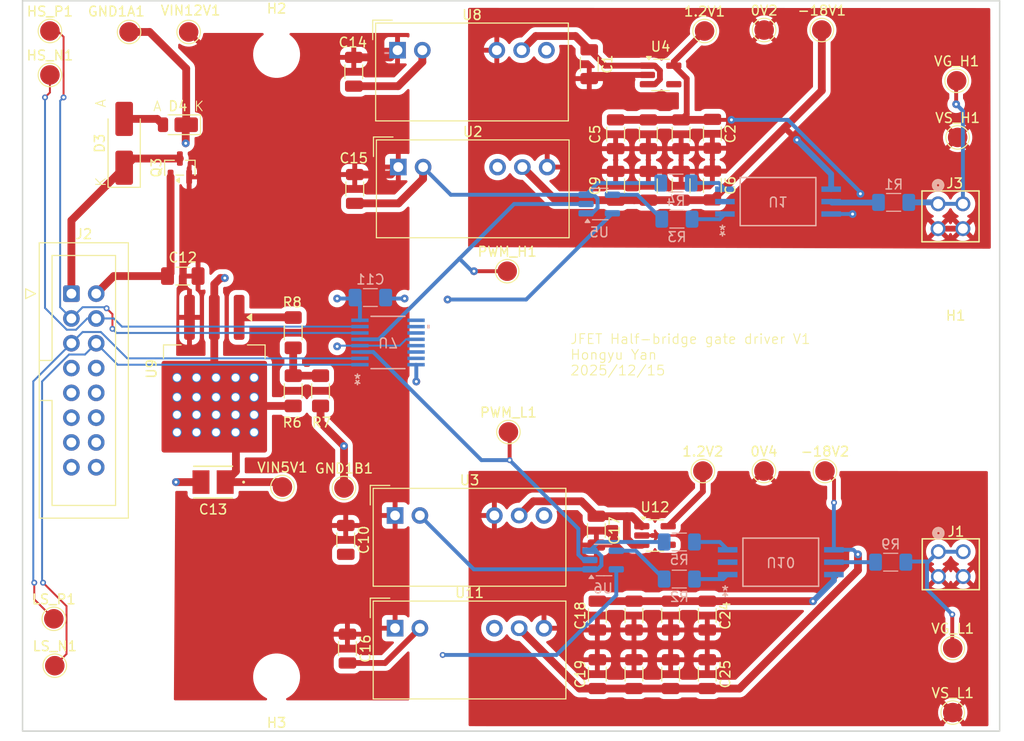
<source format=kicad_pcb>
(kicad_pcb (version 20241229) (generator "pcbnew") (generator_version "9.0")
  (layers (0 "F.Cu" signal) (4 "In1.Cu" signal) (6 "In2.Cu" signal) (2 "B.Cu" signal) (13 "F.Paste" user) (15 "B.Paste" user) (5 "F.SilkS" user "F.Silkscreen") (7 "B.SilkS" user "B.Silkscreen") (1 "F.Mask" user) (3 "B.Mask" user) (25 "Edge.Cuts" user))
  (net 0 "")
  (net 1 "/Gate_Driver/-18V_L")
  (net 2 "Net-(U4-EN)")
  (net 3 "/Gate_Driver/-18V_H")
  (net 4 "GND1")
  (net 5 "/Gate_Driver/VIN5V")
  (net 6 "/Gate_Driver/VIN12V")
  (net 7 "Net-(D3-A)")
  (net 8 "+12V")
  (net 9 "/Gate_Driver/VGATE_H")
  (net 10 "/Gate_Driver/0V_H")
  (net 11 "/Gate_Driver/1.2V_H")
  (net 12 "/Gate_Driver/HS_N")
  (net 13 "/Gate_Driver/LS_N")
  (net 14 "/Gate_Driver/LS_P")
  (net 15 "/Gate_Driver/HS_P")
  (net 16 "Net-(U1-VOUT)")
  (net 17 "Net-(U5-Y)")
  (net 18 "Net-(U1-ANODE)")
  (net 19 "Net-(U1-CATHODE)")
  (net 20 "Net-(R6-Pad2)")
  (net 21 "Net-(U9-ADJ)")
  (net 22 "/Gate_Driver/PWM_H")
  (net 30 "/Gate_Driver/PWM_L")
  (net 41 "/Gate_Driver/0V_L")
  (net 42 "/Gate_Driver/1.2V_L")
  (net 43 "Net-(U12-EN)")
  (net 44 "/Gate_Driver/VGATE_L")
  (net 45 "Net-(U6-Y)")
  (net 46 "Net-(U10-ANODE)")
  (net 47 "Net-(U10-CATHODE)")
  (net 48 "Net-(U10-VOUT)")
  (footprint "Gate_Driver:CON4_2X2_TU_SSQ" (layer "F.Cu") (at 160.97 83.97 180)
    (property "Reference" "J3")
    (property "Value" "SSW-102-01-G-D")
  )
  (footprint "TestPoint:TestPoint_Pad_D2.0mm" (layer "F.Cu") (at 141.9 64.9)
    (property "Reference" "0V2")
    (property "Value" "TestPoint")
  )
  (footprint "Capacitor_SMD:C_1206_3216Metric" (layer "F.Cu") (at 124.8275 130.8675 -90)
    (property "Reference" "C19")
    (property "Value" "1u")
  )
  (footprint "TestPoint:TestPoint_Pad_D2.0mm" (layer "F.Cu") (at 68.8 69.5)
    (property "Reference" "HS_N1")
    (property "Value" "HS_N")
  )
  (footprint "Capacitor_SMD:C_1206_3216Metric" (layer "F.Cu") (at 130.05 80.85 -90)
    (property "Reference" "C8" (hide yes))
    (property "Value" "1u")
  )
  (footprint "TestPoint:TestPoint_Pad_D2.0mm" (layer "F.Cu") (at 135.8 65)
    (property "Reference" "1.2V1")
    (property "Value" "TestPoint")
  )
  (footprint "Package_TO_SOT_SMD:TO-263-3_TabPin2" (layer "F.Cu") (at 85.625 101.975 -90)
    (property "Reference" "U9")
    (property "Value" "LT1086-ADJ")
  )
  (footprint "Converter_DCDC:Converter_DCDC_Murata_MGJ2DxxxxxxSC_THT" (layer "F.Cu") (at 104.3775 66.9675)
    (property "Reference" "U8")
    (property "Value" "MGJ2D121802SC")
  )
  (footprint "Package_TO_SOT_SMD:SOT-23-5_HandSoldering" (layer "F.Cu") (at 130.7275 116.6675)
    (property "Reference" "U12")
    (property "Value" "LDK130-12_SOT23_SOT353")
  )
  (footprint "TestPoint:TestPoint_Pad_D2.0mm" (layer "F.Cu") (at 161.2 134.8)
    (property "Reference" "VS_L1")
    (property "Value" "TestPoint")
  )
  (footprint "Capacitor_SMD:C_1206_3216Metric_Pad1.33x1.80mm_HandSolder" (layer "F.Cu") (at 82.4 90.1 180)
    (property "Reference" "C12")
    (property "Value" "10u")
  )
  (footprint "TestPoint:TestPoint_Pad_D2.0mm" (layer "F.Cu") (at 68.8 65)
    (property "Reference" "HS_P1")
    (property "Value" "HS_P")
  )
  (footprint "TestPoint:TestPoint_Pad_D2.0mm" (layer "F.Cu") (at 161.7 75.9)
    (property "Reference" "VS_H1")
    (property "Value" "TestPoint")
  )
  (footprint "TestPoint:TestPoint_Pad_D2.0mm" (layer "F.Cu") (at 92.6 111.7)
    (property "Reference" "VIN5V1")
    (property "Value" "TestPoint")
  )
  (footprint "Capacitor_SMD:C_1206_3216Metric" (layer "F.Cu") (at 133.4 80.85 -90)
    (property "Reference" "C7" (hide yes))
    (property "Value" "1u")
  )
  (footprint "Resistor_SMD:R_1206_3216Metric_Pad1.30x1.75mm_HandSolder" (layer "F.Cu") (at 93.7 95.9 -90)
    (property "Reference" "R8")
    (property "Value" "0")
  )
  (footprint "TestPoint:TestPoint_Pad_D2.0mm" (layer "F.Cu") (at 161.2 128.2)
    (property "Reference" "VG_L1")
    (property "Value" "TestPoint")
  )
  (footprint "Capacitor_SMD:C_1206_3216Metric" (layer "F.Cu") (at 126.7 80.85 -90)
    (property "Reference" "C9")
    (property "Value" "1u")
  )
  (footprint "TestPoint:TestPoint_Pad_D2.0mm" (layer "F.Cu") (at 141.8775 110.0675)
    (property "Reference" "0V4")
    (property "Value" "TestPoint")
  )
  (footprint "Converter_DCDC:Converter_DCDC_Murata_MGJ2DxxxxxxSC_THT" (layer "F.Cu") (at 104.1275 126.1625)
    (property "Reference" "U11")
    (property "Value" "MGJ2D121802SC")
  )
  (footprint "Capacitor_SMD:C_1206_3216Metric" (layer "F.Cu") (at 126.7 75.575 -90)
    (property "Reference" "C5")
    (property "Value" "1u")
  )
  (footprint "Capacitor_SMD:C_1206_3216Metric" (layer "F.Cu") (at 136.6 80.825 -90)
    (property "Reference" "C6")
    (property "Value" "1u")
  )
  (footprint "MountingHole:MountingHole_4.3mm_M4_DIN965" (layer "F.Cu") (at 92 131.15)
    (property "Reference" "H3")
    (property "Value" "MountingHole")
  )
  (footprint "TestPoint:TestPoint_Pad_D2.0mm" (layer "F.Cu") (at 115.6 89.6)
    (property "Reference" "PWM_H1")
    (property "Value" "TestPoint")
  )
  (footprint "Converter_DCDC:Converter_DCDC_Murata_MGJ2DxxxxxxSC_THT" (layer "F.Cu") (at 104.455 78.935)
    (property "Reference" "U2")
    (property "Value" "MGJ2D121802SC")
  )
  (footprint "TestPoint:TestPoint_Pad_D2.0mm" (layer "F.Cu") (at 76.9 65.1)
    (property "Reference" "GND1A1")
    (property "Value" "TestPoint")
  )
  (footprint "Capacitor_SMD:C_1206_3216Metric" (layer "F.Cu") (at 133.4 75.575 -90)
    (property "Reference" "C3" (hide yes))
    (property "Value" "1u")
  )
  (footprint "Capacitor_SMD:C_1206_3216Metric" (layer "F.Cu") (at 130.05 75.575 -90)
    (property "Reference" "C4" (hide yes))
    (property "Value" "1u")
  )
  (footprint "Capacitor_SMD:C_1206_3216Metric" (layer "F.Cu") (at 128.5775 124.8675 -90)
    (property "Reference" "C20" (hide yes))
    (property "Value" "1u")
  )
  (footprint "Capacitor_SMD:C_1206_3216Metric" (layer "F.Cu") (at 136.0775 124.8675 -90)
    (property "Reference" "C24")
    (property "Value" "1u")
  )
  (footprint "TestPoint:TestPoint_Pad_D2.0mm" (layer "F.Cu") (at 69.2 125.2)
    (property "Reference" "LS_P1")
    (property "Value" "LS_P")
  )
  (footprint "TestPoint:TestPoint_Pad_D2.0mm" (layer "F.Cu") (at 135.6275 110.0675)
    (property "Reference" "1.2V2")
    (property "Value" "TestPoint")
  )
  (footprint "Package_TO_SOT_SMD:SOT-23" (layer "F.Cu") (at 82.1 79 90)
    (property "Reference" "Q3")
    (property "Value" "DMP3099L")
  )
  (footprint "Package_TO_SOT_SMD:SOT-23-5_HandSoldering" (layer "F.Cu") (at 131.3 69.5)
    (property "Reference" "U4")
    (property "Value" "LDK130-12_SOT23_SOT353")
  )
  (footprint "TestPoint:TestPoint_Pad_D2.0mm" (layer "F.Cu") (at 147.8 64.9)
    (property "Reference" "-18V1")
    (property "Value" "TestPoint")
  )
  (footprint "Capacitor_SMD:C_1206_3216Metric" (layer "F.Cu") (at 124.7275 116.1675 -90)
    (property "Reference" "C17")
    (property "Value" "1u")
  )
  (footprint "Diode_SMD:D_PowerDI-123" (layer "F.Cu") (at 81.9 74.6 180)
    (property "Reference" "D4")
    (property "Value" "D_Schottky")
  )
  (footprint "TestPoint:TestPoint_Pad_D2.0mm" (layer "F.Cu") (at 148.1275 110.0675)
    (property "Reference" "-18V2")
    (property "Value" "TestPoint")
  )
  (footprint "Resistor_SMD:R_1206_3216Metric_Pad1.30x1.75mm_HandSolder" (layer "F.Cu") (at 96.5 101.85 -90)
    (property "Reference" "R7")
    (property "Value" "365")
  )
  (footprint "TestPoint:TestPoint_Pad_D2.0mm" (layer "F.Cu") (at 83 65.1)
    (property "Reference" "VIN12V1")
    (property "Value" "TestPoint")
  )
  (footprint "TestPoint:TestPoint_Pad_D2.0mm" (layer "F.Cu") (at 115.7275 106.0675)
    (property "Reference" "PWM_L1")
    (property "Value" "TestPoint")
  )
  (footprint "Capacitor_SMD:C_1206_3216Metric" (layer "F.Cu") (at 132.3275 130.8675 -90)
    (property "Reference" "C23" (hide yes))
    (property "Value" "1u")
  )
  (footprint "Capacitor_SMD:C_1206_3216Metric" (layer "F.Cu") (at 99.0775 117.1175 -90)
    (property "Reference" "C10")
    (property "Value" "10u")
  )
  (footprint "Resistor_SMD:R_1206_3216Metric_Pad1.30x1.75mm_HandSolder" (layer "F.Cu") (at 93.7 101.85 90)
    (property "Reference" "R6")
    (property "Value" "121")
  )
  (footprint "Capacitor_SMD:C_1206_3216Metric" (layer "F.Cu") (at 136.0775 130.8675 -90)
    (property "Reference" "C25")
    (property "Value" "1u")
  )
  (footprint "Capacitor_SMD:C_1206_3216Metric" (layer "F.Cu") (at 124 68.4 -90)
    (property "Reference" "C1")
    (property "Value" "1u")
  )
  (footprint "Capacitor_SMD:C_1206_3216Metric" (layer "F.Cu") (at 128.5775 130.8675 -90)
    (property "Reference" "C21" (hide yes))
    (property "Value" "1u")
  )
  (footprint "Capacitor_SMD:C_1206_3216Metric" (layer "F.Cu") (at 100 81.175 -90)
    (property "Reference" "C15")
    (property "Value" "10u")
  )
  (footprint "MountingHole:MountingHole_4.3mm_M4_DIN965" (layer "F.Cu") (at 92 67.4)
    (property "Reference" "H2")
    (property "Value" "MountingHole")
  )
  (footprint "TestPoint:TestPoint_Pad_D2.0mm" (layer "F.Cu") (at 98.9 111.8)
    (property "Reference" "GND1B1")
    (property "Value" "TestPoint")
  )
  (footprint "Converter_DCDC:Converter_DCDC_Murata_MGJ2DxxxxxxSC_THT" (layer "F.Cu") (at 104.1275 114.6175)
    (property "Reference" "U3")
    (property "Value" "MGJ2D121802SC")
  )
  (footprint "Capacitor_SMD:C_1206_3216Metric" (layer "F.Cu") (at 132.3275 124.8675 -90)
    (property "Reference" "C22" (hide yes))
    (property "Value" "1u")
  )
  (footprint "Capacitor_SMD:C_1206_3216Metric" (layer "F.Cu") (at 99.9 69.175 -90)
    (property "Reference" "C14")
    (property "Value" "10u")
  )
  (footprint "Capacitor_SMD:C_1206_3216Metric" (layer "F.Cu") (at 99.25 128.25 -90)
    (property "Reference" "C16")
    (property "Value" "10u")
  )
  (footprint "Diode_SMD:D_SMA_Handsoldering" (layer "F.Cu") (at 76.4 76.5 90)
    (property "Reference" "D3")
    (property "Value" "Z1SMAxxx")
  )
  (footprint "TestPoint:TestPoint_Pad_D2.0mm" (layer "F.Cu") (at 161.6 70.1)
    (property "Reference" "VG_H1")
    (property "Value" "TestPoint")
  )
  (footprint "Connector_IDC:IDC-Header_2x08_P2.54mm_Vertical" (layer "F.Cu") (at 71 91.9)
    (property "Reference" "J2")
    (property "Value" "Conn_02x08_Odd_Even")
  )
  (footprint "Gate_Driver:CON4_2X2_TU_SSQ" (layer "F.Cu") (at 161 119.6 180)
    (property "Reference" "J1")
    (property "Value" "SSW-102-01-G-D")
  )
  (footprint "Capacitor_SMD:C_1206_3216Metric" (layer "F.Cu") (at 124.8275 124.8675 -90)
    (property "Reference" "C18")
    (property "Value" "1u")
  )
  (footprint "Gate_Driver:TAJB_AVX-M" (layer "F.Cu") (at 85.5 111.2 180)
    (property "Reference" "C13")
    (property "Value" "10u")
  )
  (footprint "TestPoint:TestPoint_Pad_D2.0mm" (layer "F.Cu") (at 69.3 130)
    (property "Reference" "LS_N1")
    (property "Value" "LS_N")
  )
  (footprint "MountingHole:MountingHole_4.3mm_M4_DIN965" (layer "F.Cu") (at 161.5 98.85)
    (property "Reference" "H1")
    (property "Value" "MountingHole")
  )
  (footprint "Capacitor_SMD:C_1206_3216Metric" (layer "F.Cu") (at 136.6 75.525 -90)
    (property "Reference" "C2")
    (property "Value" "1u")
  )
  (footprint "Resistor_SMD:R_1206_3216Metric_Pad1.30x1.75mm_HandSolder" (layer "B.Cu") (at 132.87 80.57)
    (property "Reference" "R4")
    (property "Value" "145")
  )
  (footprint "Resistor_SMD:R_1206_3216Metric_Pad1.30x1.75mm_HandSolder" (layer "B.Cu") (at 133.2144 121.13)
    (property "Reference" "R2")
    (property "Value" "145")
  )
  (footprint "Gate_Driver:SOIC06_SO-6_7P5X4P68_TEX-M" (layer "B.Cu") (at 143.6 119.4)
    (property "Reference" "U10")
    (property "Value" "UCC23513QDWYRQ1")
  )
  (footprint "Package_TO_SOT_SMD:SOT-23-5_HandSoldering" (layer "B.Cu") (at 125.02 82.72)
    (property "Reference" "U5")
    (property "Value" "NC7SZ125M5X")
  )
  (footprint "Resistor_SMD:R_1206_3216Metric_Pad1.30x1.75mm_HandSolder" (layer "B.Cu") (at 132.97 84.27)
    (property "Reference" "R3")
    (property "Value" "145")
  )
  (footprint "Resistor_SMD:R_1206_3216Metric_Pad1.30x1.75mm_HandSolder" (layer "B.Cu") (at 133.2144 117.33)
    (property "Reference" "R5")
    (property "Value" "145")
  )
  (footprint "Resistor_SMD:R_1206_3216Metric_Pad1.30x1.75mm_HandSolder" (layer "B.Cu") (at 155.15 82.55 180)
    (property "Reference" "R1")
    (property "Value" "Ron 2 ohm")
  )
  (footprint "Package_TO_SOT_SMD:SOT-23-5_HandSoldering" (layer "B.Cu") (at 125.4144 119.18)
    (property "Reference" "U6")
    (property "Value" "NC7SZ125M5X")
  )
  (footprint "Gate_Driver:SOIC06_SO-6_7P5X4P68_TEX-M" (layer "B.Cu") (at 143.32 82.47)
    (property "Reference" "U1")
    (property "Value" "UCC23513QDWYRQ1")
  )
  (footprint "Capacitor_SMD:C_1206_3216Metric_Pad1.33x1.80mm_HandSolder" (layer "B.Cu") (at 101.6 92.3 180)
    (property "Reference" "C11")
    (property "Value" "0.1u")
  )
  (footprint "Resistor_SMD:R_1206_3216Metric_Pad1.30x1.75mm_HandSolder" (layer "B.Cu") (at 154.85 119.4 180)
    (property "Reference" "R9")
    (property "Value" "Ron 2 ohm")
  )
  (footprint "Gate_Driver:RU_16_ADI-M" (layer "B.Cu") (at 103.4 96.9)
    (property "Reference" "U7")
    (property "Value" "ADM4168EBRUZ")
  )
  (gr_rect (start 66 61.9) (end 166 136.7) (stroke (width 0.15)) (fill no) (layer "Edge.Cuts"))
  (gr_text "A" (at 79.3 73.3 0) (layer "F.SilkS") (effects (font (size 1 1) (thickness 0.1)) (justify left bottom)))
  (gr_text "K" (at 74.6 81.01 90) (layer "F.SilkS") (effects (font (size 1 1) (thickness 0.1)) (justify left bottom)))
  (gr_text "A" (at 74.6 72.9 90) (layer "F.SilkS") (effects (font (size 1 1) (thickness 0.1)) (justify left bottom)))
  (gr_text "K" (at 83.5 73.3 0) (layer "F.SilkS") (effects (font (size 1 1) (thickness 0.1)) (justify left bottom)))
  (gr_text "JFET Half-bridge gate driver V1\nHongyu Yan\n2025/12/15" (at 122 100.35 0) (layer "F.SilkS") (effects (font (size 1 1) (thickness 0.1)) (justify left bottom)))
  (segment (start 128.5775 132.3425) (end 132.3275 132.3425) (width 0.8) (layer "F.Cu") (net 1))
  (segment (start 132.3275 132.3425) (end 136.0775 132.3425) (width 0.8) (layer "F.Cu") (net 1))
  (segment (start 124.8275 132.3425) (end 128.5775 132.3425) (width 0.8) (layer "F.Cu") (net 1))
  (segment (start 139.373128 132.3425) (end 151.5 120.215628) (width 0.8) (layer "F.Cu") (net 1))
  (segment (start 151.5 120.215628) (end 151.5 118.6) (width 0.8) (layer "F.Cu") (net 1))
  (segment (start 123.0075 132.3425) (end 124.8275 132.3425) (width 0.8) (layer "F.Cu") (net 1))
  (segment (start 149.05 110.99) (end 148.1275 110.0675) (width 0.4) (layer "F.Cu") (net 1))
  (segment (start 136.0775 132.3425) (end 139.373128 132.3425) (width 0.8) (layer "F.Cu") (net 1))
  (segment (start 116.8275 126.1625) (end 123.0075 132.3425) (width 0.8) (layer "F.Cu") (net 1))
  (segment (start 149.05 113.3) (end 149.05 110.99) (width 0.4) (layer "F.Cu") (net 1))
  (via (at 149.05 113.3) (size 0.6) (drill 0.3) (layers "F.Cu" "B.Cu") (net 1))
  (via (at 151.5 118.6) (size 0.8) (drill 0.3) (layers "F.Cu" "B.Cu") (net 1))
  (segment (start 149.0356 118.13) (end 151.03 118.13) (width 0.4) (layer "B.Cu") (net 1))
  (segment (start 149.0356 113.3144) (end 149.05 113.3) (width 0.4) (layer "B.Cu") (net 1))
  (segment (start 151.03 118.13) (end 151.5 118.6) (width 0.4) (layer "B.Cu") (net 1))
  (segment (start 149.0356 118.13) (end 149.0356 113.3144) (width 0.4) (layer "B.Cu") (net 1))
  (segment (start 131.231 69.948999) (end 130.729999 70.45) (width 0.6) (layer "F.Cu") (net 2))
  (segment (start 117.0775 66.9675) (end 118.5285 65.5165) (width 0.8) (layer "F.Cu") (net 2))
  (segment (start 122.5915 65.5165) (end 124 66.925) (width 0.8) (layer "F.Cu") (net 2))
  (segment (start 130.729999 70.45) (end 129.95 70.45) (width 0.6) (layer "F.Cu") (net 2))
  (segment (start 129.95 68.55) (end 125.625 68.55) (width 0.6) (layer "F.Cu") (net 2))
  (segment (start 125.625 68.55) (end 124 66.925) (width 0.6) (layer "F.Cu") (net 2))
  (segment (start 129.95 68.55) (end 130.722834 68.55) (width 0.6) (layer "F.Cu") (net 2))
  (segment (start 131.231 69.058166) (end 131.231 69.948999) (width 0.6) (layer "F.Cu") (net 2))
  (segment (start 118.5285 65.5165) (end 122.5915 65.5165) (width 0.8) (layer "F.Cu") (net 2))
  (segment (start 130.722834 68.55) (end 131.231 69.058166) (width 0.6) (layer "F.Cu") (net 2))
  (segment (start 145.25 76.15) (end 144 74.9) (width 0.6) (layer "F.Cu") (net 3))
  (segment (start 136.575 82.325) (end 136.6 82.3) (width 0.8) (layer "F.Cu") (net 3))
  (segment (start 128.6 82.325) (end 130.05 82.325) (width 0.8) (layer "F.Cu") (net 3))
  (segment (start 147.8 71.1) (end 147.8 64.9) (width 0.8) (layer "F.Cu") (net 3))
  (segment (start 120.545 82.325) (end 126.7 82.325) (width 0.8) (layer "F.Cu") (net 3))
  (segment (start 117.155 78.935) (end 120.545 82.325) (width 0.8) (layer "F.Cu") (net 3))
  (segment (start 126.7 82.325) (end 128.6 82.325) (width 0.8) (layer "F.Cu") (net 3))
  (segment (start 133.4 82.325) (end 136.575 82.325) (width 0.8) (layer "F.Cu") (net 3))
  (segment (start 144 74.9) (end 147.8 71.1) (width 0.8) (layer "F.Cu") (net 3))
  (segment (start 130.05 82.325) (end 133.4 82.325) (width 0.8) (layer "F.Cu") (net 3))
  (segment (start 136.6 82.3) (end 144 74.9) (width 0.8) (layer "F.Cu") (net 3))
  (via (at 145.25 76.15) (size 0.8) (drill 0.3) (layers "F.Cu" "B.Cu") (net 3))
  (segment (start 148.7556 79.6556) (end 145.25 76.15) (width 0.6) (layer "B.Cu") (net 3))
  (segment (start 148.7556 81.2) (end 148.7556 79.6556) (width 0.6) (layer "B.Cu") (net 3))
  (segment (start 96.5 103.4) (end 96.5 105.1) (width 0.8) (layer "F.Cu") (net 4))
  (segment (start 106.995 78.935) (end 106.995 80.137081) (width 0.8) (layer "F.Cu") (net 4))
  (segment (start 81.15 79.9375) (end 81.15 89.7875) (width 0.8) (layer "F.Cu") (net 4))
  (segment (start 81.15 89.7875) (end 80.8375 90.1) (width 0.8) (layer "F.Cu") (net 4))
  (segment (start 81.7 111.2) (end 84.260937 111.2) (width 0.8) (layer "F.Cu") (net 4))
  (segment (start 82.75 68.85) (end 82.75 74.6) (width 0.8) (layer "F.Cu") (net 4))
  (segment (start 82.7 76.5) (end 82.7 74.65) (width 0.8) (layer "F.Cu") (net 4))
  (segment (start 79 65.1) (end 82.75 68.85) (width 0.8) (layer "F.Cu") (net 4))
  (segment (start 106.995 80.137081) (end 104.482081 82.65) (width 0.8) (layer "F.Cu") (net 4))
  (segment (start 75.34 90.1) (end 80.8375 90.1) (width 0.8) (layer "F.Cu") (net 4))
  (segment (start 104.482081 82.65) (end 100 82.65) (width 0.8) (layer "F.Cu") (net 4))
  (segment (start 96.5 105.1) (end 98.9 107.5) (width 0.8) (layer "F.Cu") (net 4))
  (segment (start 99.25 129.725) (end 103.105 129.725) (width 0.6) (layer "F.Cu") (net 4))
  (segment (start 76.9 65.1) (end 79 65.1) (width 0.8) (layer "F.Cu") (net 4))
  (segment (start 104.437081 70.65) (end 99.9 70.65) (width 0.8) (layer "F.Cu") (net 4))
  (segment (start 103.105 129.725) (end 106.6675 126.1625) (width 0.6) (layer "F.Cu") (net 4))
  (segment (start 106.9175 66.9675) (end 106.9175 68.169581) (width 0.8) (layer "F.Cu") (net 4))
  (segment (start 98.9 107.5) (end 98.9 111.8) (width 0.8) (layer "F.Cu") (net 4))
  (segment (start 106.9175 68.169581) (end 104.437081 70.65) (width 0.8) (layer "F.Cu") (net 4))
  (segment (start 73.54 91.9) (end 75.34 90.1) (width 0.8) (layer "F.Cu") (net 4))
  (segment (start 82.7 74.65) (end 82.75 74.6) (width 0.8) (layer "F.Cu") (net 4))
  (via (at 82.7 76.5) (size 0.8) (drill 0.3) (layers "F.Cu" "B.Cu") (net 4))
  (via (at 98.2 97.3) (size 0.8) (drill 0.3) (layers "F.Cu" "B.Cu") (net 4))
  (via (at 98.9 107.5) (size 0.8) (drill 0.3) (layers "F.Cu" "B.Cu") (net 4))
  (via (at 98.2 92.4) (size 0.8) (drill 0.3) (layers "F.Cu" "B.Cu") (net 4))
  (via (at 81.7 111.2) (size 0.8) (drill 0.3) (layers "F.Cu" "B.Cu") (net 4))
  (segment (start 124.695812 118.23) (end 124.0644 118.23) (width 0.4) (layer "B.Cu") (net 4))
  (segment (start 124.9644 117.33) (end 124.0644 118.23) (width 0.4) (layer "B.Cu") (net 4))
  (segment (start 100.5298 97.225001) (end 98.274999 97.225001) (width 0.2) (layer "B.Cu") (net 4))
  (segment (start 100.5298 92.7923) (end 100.0375 92.3) (width 0.4) (layer "B.Cu") (net 4))
  (segment (start 123.67 81.77) (end 124.87 80.57) (width 0.4) (layer "B.Cu") (net 4))
  (segment (start 109.83 81.77) (end 106.995 78.935) (width 0.4) (layer "B.Cu") (net 4))
  (segment (start 123.67 81.77) (end 109.83 81.77) (width 0.4) (layer "B.Cu") (net 4))
  (segment (start 104.601397 97.225001) (end 105.251399 96.574999) (width 0.2) (layer "B.Cu") (net 4))
  (segment (start 100.5298 94.625001) (end 100.5298 92.7923) (width 0.4) (layer "B.Cu") (net 4))
  (segment (start 105.251399 96.574999) (end 106.2702 96.574999) (width 0.2) (layer "B.Cu") (net 4))
  (segment (start 125.2454 118.779588) (end 124.695812 118.23) (width 0.4) (layer "B.Cu") (net 4))
  (segment (start 124.301412 83.67) (end 123.67 83.67) (width 0.4) (layer "B.Cu") (net 4))
  (segment (start 98.274999 97.225001) (end 98.2 97.3) (width 0.2) (layer "B.Cu") (net 4))
  (segment (start 98.2 92.4) (end 99.9375 92.4) (width 0.4) (layer "B.Cu") (net 4))
  (segment (start 99.9375 92.4) (end 100.0375 92.3) (width 0.4) (layer "B.Cu") (net 4))
  (segment (start 124.87 80.57) (end 131.32 80.57) (width 0.4) (layer "B.Cu") (net 4))
  (segment (start 124.851 82.171001) (end 124.851 83.120412) (width 0.4) (layer "B.Cu") (net 4))
  (segment (start 124.844399 120.13) (end 125.2454 119.728999) (width 0.4) (layer "B.Cu") (net 4))
  (segment (start 106.6675 114.6175) (end 112.18 120.13) (width 0.4) (layer "B.Cu") (net 4))
  (segment (start 124.449999 81.77) (end 124.851 82.171001) (width 0.4) (layer "B.Cu") (net 4))
  (segment (start 125.2454 119.728999) (end 125.2454 118.779588) (width 0.4) (layer "B.Cu") (net 4))
  (segment (start 124.851 83.120412) (end 124.301412 83.67) (width 0.4) (layer "B.Cu") (net 4))
  (segment (start 112.18 120.13) (end 124.0644 120.13) (width 0.4) (layer "B.Cu") (net 4))
  (segment (start 100.5298 97.225001) (end 104.601397 97.225001) (width 0.2) (layer "B.Cu") (net 4))
  (segment (start 131.6644 117.33) (end 124.9644 117.33) (width 0.4) (layer "B.Cu") (net 4))
  (segment (start 123.67 81.77) (end 124.449999 81.77) (width 0.4) (layer "B.Cu") (net 4))
  (segment (start 124.0644 120.13) (end 124.844399 120.13) (width 0.4) (layer "B.Cu") (net 4))
  (segment (start 85.625 90.925) (end 85.625 94.325) (width 0.8) (layer "F.Cu") (net 5))
  (segment (start 86.7 90.3) (end 86.25 90.3) (width 0.8) (layer "F.Cu") (net 5))
  (segment (start 87.839063 105.689063) (end 85.625 103.475) (width 0.8) (layer "F.Cu") (net 5))
  (segment (start 87.839063 110.1) (end 87.839063 105.689063) (width 0.8) (layer "F.Cu") (net 5))
  (segment (start 93.7 103.4) (end 85.7 103.4) (width 0.8) (layer "F.Cu") (net 5))
  (segment (start 86.739063 111.2) (end 92.1 111.2) (width 0.8) (layer "F.Cu") (net 5))
  (segment (start 86.739063 111.2) (end 87.839063 110.1) (width 0.8) (layer "F.Cu") (net 5))
  (segment (start 85.625 94.325) (end 85.625 103.475) (width 0.8) (layer "F.Cu") (net 5))
  (segment (start 85.7 103.4) (end 85.625 103.475) (width 0.8) (layer "F.Cu") (net 5))
  (segment (start 92.1 111.2) (end 92.6 111.7) (width 0.8) (layer "F.Cu") (net 5))
  (segment (start 86.25 90.3) (end 85.625 90.925) (width 0.8) (layer "F.Cu") (net 5))
  (via (at 81.8 104.3) (size 1) (drill 0.8) (layers "F.Cu" "B.Cu") (net 5))
  (via (at 83.8 104.3) (size 1) (drill 0.8) (layers "F.Cu" "B.Cu") (net 5))
  (via (at 87.8 104.3) (size 1) (drill 0.8) (layers "F.Cu" "B.Cu") (net 5))
  (via (at 105.1 92.4) (size 0.8) (drill 0.3) (layers "F.Cu" "B.Cu") (net 5))
  (via (at 87.8 100.5) (size 1) (drill 0.8) (layers "F.Cu" "B.Cu") (net 5))
  (via (at 85.8 104.3) (size 1) (drill 0.8) (layers "F.Cu" "B.Cu") (net 5))
  (via (at 89.7 102.5) (size 1) (drill 0.8) (layers "F.Cu" "B.Cu") (net 5))
  (via (at 85.8 102.5) (size 1) (drill 0.8) (layers "F.Cu" "B.Cu") (net 5))
  (via (at 83.8 106.1) (size 1) (drill 0.8) (layers "F.Cu" "B.Cu") (net 5))
  (via (at 109 128.9) (size 0.6) (drill 0.3) (layers "F.Cu" "B.Cu") (net 5))
  (via (at 87.8 106.1) (size 1) (drill 0.8) (layers "F.Cu" "B.Cu") (net 5))
  (via (at 81.8 100.5) (size 1) (drill 0.8) (layers "F.Cu" "B.Cu") (net 5))
  (via (at 87.8 102.5) (size 1) (drill 0.8) (layers "F.Cu" "B.Cu") (net 5))
  (via (at 109.5 92.5) (size 0.8) (drill 0.3) (layers "F.Cu" "B.Cu") (net 5))
  (via (at 83.8 102.5) (size 1) (drill 0.8) (layers "F.Cu" "B.Cu") (net 5))
  (via (at 83.8 100.5) (size 1) (drill 0.8) (layers "F.Cu" "B.Cu") (net 5))
  (via (at 81.8 102.5) (size 1) (drill 0.8) (layers "F.Cu" "B.Cu") (net 5))
  (via (at 89.7 104.3) (size 1) (drill 0.8) (layers "F.Cu" "B.Cu") (net 5))
  (via (at 81.8 106.1) (size 1) (drill 0.8) (layers "F.Cu" "B.Cu") (net 5))
  (via (at 89.7 106.1) (size 1) (drill 0.8) (layers "F.Cu" "B.Cu") (net 5))
  (via (at 85.8 100.5) (size 1) (drill 0.8) (layers "F.Cu" "B.Cu") (net 5))
  (via (at 85.8 106.1) (size 1) (drill 0.8) (layers "F.Cu" "B.Cu") (net 5))
  (via (at 86.7 90.3) (size 0.8) (drill 0.3) (layers "F.Cu" "B.Cu") (net 5))
  (via (at 106.3 100.9) (size 0.8) (drill 0.3) (layers "F.Cu" "B.Cu") (net 5))
  (via (at 89.7 100.5) (size 1) (drill 0.8) (layers "F.Cu" "B.Cu") (net 5))
  (segment (start 120.65 128.9) (end 117.2 128.9) (width 0.4) (layer "B.Cu") (net 5))
  (segment (start 103.2625 92.4) (end 103.1625 92.3) (width 0.4) (layer "B.Cu") (net 5))
  (segment (start 126.7644 120.13) (end 126.7644 122.7856) (width 0.4) (layer "B.Cu") (net 5))
  (segment (start 117.54 92.5) (end 109.5 92.5) (width 0.4) (layer "B.Cu") (net 5))
  (segment (start 105.1 92.4) (end 103.2625 92.4) (width 0.4) (layer "B.Cu") (net 5))
  (segment (start 126.37 83.67) (end 117.54 92.5) (width 0.4) (layer "B.Cu") (net 5))
  (segment (start 126.7644 122.7856) (end 120.65 128.9) (width 0.4) (layer "B.Cu") (net 5))
  (segment (start 106.3 99.204799) (end 106.2702 99.174999) (width 0.4) (layer "B.Cu") (net 5))
  (segment (start 117.2 128.9) (end 109 128.9) (width 0.4) (layer "B.Cu") (net 5))
  (segment (start 106.3 100.9) (end 106.3 99.204799) (width 0.4) (layer "B.Cu") (net 5))
  (segment (start 99.9 67.7) (end 103.645 67.7) (width 0.8) (layer "F.Cu") (net 6))
  (segment (start 103.645 67.7) (end 104.3775 66.9675) (width 0.8) (layer "F.Cu") (net 6))
  (segment (start 100 79.7) (end 103.69 79.7) (width 0.8) (layer "F.Cu") (net 6))
  (segment (start 103.69 79.7) (end 104.455 78.935) (width 0.8) (layer "F.Cu") (net 6))
  (segment (start 79.775 74) (end 80.375 74.6) (width 0.8) (layer "F.Cu") (net 7))
  (segment (start 76.4 74) (end 79.775 74) (width 0.8) (layer "F.Cu") (net 7))
  (segment (start 71 91.9) (end 71 84.4) (width 0.8) (layer "F.Cu") (net 8))
  (segment (start 77.3375 78.0625) (end 82.1 78.0625) (width 0.8) (layer "F.Cu") (net 8))
  (segment (start 76.4 79) (end 77.3375 78.0625) (width 0.8) (layer "F.Cu") (net 8))
  (segment (start 71 84.4) (end 76.4 79) (width 0.8) (layer "F.Cu") (net 8))
  (segment (start 161.55 70.15) (end 161.6 70.1) (width 0.4) (layer "F.Cu") (net 9))
  (segment (start 161.55 72.5) (end 161.55 70.15) (width 0.4) (layer "F.Cu") (net 9))
  (via (at 161.55 72.5) (size 0.8) (drill 0.3) (layers "F.Cu" "B.Cu") (net 9))
  (segment (start 156.7 82.55) (end 159.55 82.55) (width 0.6) (layer "B.Cu") (net 9))
  (segment (start 162.24 73.19) (end 161.55 72.5) (width 0.4) (layer "B.Cu") (net 9))
  (segment (start 159.55 82.55) (end 159.7 82.7) (width 0.6) (layer "B.Cu") (net 9))
  (segment (start 159.7 82.7) (end 162.24 82.7) (width 0.4) (layer "B.Cu") (net 9))
  (segment (start 162.24 82.7) (end 162.24 73.19) (width 0.4) (layer "B.Cu") (net 9))
  (segment (start 159.6 82.6) (end 159.7 82.7) (width 0.4) (layer "B.Cu") (net 9))
  (segment (start 129.95 69.5) (end 124.375 69.5) (width 0.6) (layer "F.Cu") (net 10))
  (segment (start 162.24 85.24) (end 159.7 85.24) (width 0.6) (layer "F.Cu") (net 10))
  (segment (start 124.375 69.5) (end 124 69.875) (width 0.6) (layer "F.Cu") (net 10))
  (segment (start 151.75 83.35) (end 151.75 81.67) (width 0.4) (layer "F.Cu") (net 11))
  (segment (start 133.975 69.875) (end 133.975 73.525) (width 0.6) (layer "F.Cu") (net 11))
  (segment (start 136.55 74.1) (end 136.6 74.05) (width 0.8) (layer "F.Cu") (net 11))
  (segment (start 126.7 74.1) (end 130.05 74.1) (width 0.8) (layer "F.Cu") (net 11))
  (segment (start 136.65 74.1) (end 136.6 74.05) (width 0.4) (layer "F.Cu") (net 11))
  (segment (start 133.975 73.525) (end 133.4 74.1) (width 0.6) (layer "F.Cu") (net 11))
  (segment (start 150.95 83.75) (end 151.35 83.75) (width 0.4) (layer "F.Cu") (net 11))
  (segment (start 133.4 74.1) (end 136.55 74.1) (width 0.8) (layer "F.Cu") (net 11))
  (segment (start 130.05 74.1) (end 133.4 74.1) (width 0.8) (layer "F.Cu") (net 11))
  (segment (start 151.35 83.75) (end 151.75 83.35) (width 0.4) (layer "F.Cu") (net 11))
  (segment (start 132.65 68.15) (end 135.8 65) (width 0.6) (layer "F.Cu") (net 11))
  (segment (start 138.55 74.1) (end 136.65 74.1) (width 0.4) (layer "F.Cu") (net 11))
  (segment (start 132.65 68.55) (end 132.65 68.15) (width 0.6) (layer "F.Cu") (net 11))
  (segment (start 132.65 68.55) (end 133.975 69.875) (width 0.6) (layer "F.Cu") (net 11))
  (via (at 151.75 81.67) (size 0.8) (drill 0.3) (layers "F.Cu" "B.Cu") (net 11))
  (via (at 138.55 74.1) (size 0.8) (drill 0.3) (layers "F.Cu" "B.Cu") (net 11))
  (via (at 150.95 83.75) (size 0.8) (drill 0.3) (layers "F.Cu" "B.Cu") (net 11))
  (segment (start 148.7556 83.74) (end 150.94 83.74) (width 0.4) (layer "B.Cu") (net 11))
  (segment (start 151.75 81.517214) (end 144.332786 74.1) (width 0.4) (layer "B.Cu") (net 11))
  (segment (start 144.332786 74.1) (end 138.55 74.1) (width 0.4) (layer "B.Cu") (net 11))
  (segment (start 151.75 81.67) (end 151.75 81.517214) (width 0.4) (layer "B.Cu") (net 11))
  (segment (start 150.94 83.74) (end 150.95 83.75) (width 0.4) (layer "B.Cu") (net 11))
  (segment (start 68.8 71.3) (end 68.8 69.5) (width 0.2) (layer "F.Cu") (net 12))
  (segment (start 68.3 71.8) (end 68.8 71.3) (width 0.2) (layer "F.Cu") (net 12))
  (via (at 68.3 71.8) (size 0.6) (drill 0.3) (layers "F.Cu" "B.Cu") (net 12))
  (segment (start 73.54 94.44) (end 72.62776 94.44) (width 0.2) (layer "B.Cu") (net 12))
  (segment (start 71.47676 95.591) (end 70.52324 95.591) (width 0.2) (layer "B.Cu") (net 12))
  (segment (start 76.175002 95.275002) (end 100.5298 95.275002) (width 0.2) (layer "B.Cu") (net 12))
  (segment (start 75.34 94.44) (end 76.175002 95.275002) (width 0.2) (layer "B.Cu") (net 12))
  (segment (start 72.62776 94.44) (end 71.47676 95.591) (width 0.2) (layer "B.Cu") (net 12))
  (segment (start 68.3 93.36776) (end 68.3 71.8) (width 0.2) (layer "B.Cu") (net 12))
  (segment (start 73.54 94.44) (end 75.34 94.44) (width 0.2) (layer "B.Cu") (net 12))
  (segment (start 70.52324 95.591) (end 68.3 93.36776) (width 0.2) (layer "B.Cu") (net 12))
  (segment (start 68.1 121.5) (end 70.501 123.901) (width 0.2) (layer "F.Cu") (net 13))
  (segment (start 70.501 128.799) (end 69.3 130) (width 0.2) (layer "F.Cu") (net 13))
  (segment (start 70.501 123.901) (end 70.501 128.799) (width 0.2) (layer "F.Cu") (net 13))
  (via (at 68.1 121.5) (size 0.6) (drill 0.3) (layers "F.Cu" "B.Cu") (net 13))
  (segment (start 68 100.89224) (end 68 121.4) (width 0.2) (layer "B.Cu") (net 13))
  (segment (start 68 121.4) (end 68.1 121.5) (width 0.2) (layer "B.Cu") (net 13))
  (segment (start 75.734999 99.174999) (end 100.5298 99.174999) (width 0.2) (layer "B.Cu") (net 13))
  (segment (start 72.389 98.131) (end 70.76124 98.131) (width 0.2) (layer "B.Cu") (net 13))
  (segment (start 73.54 96.98) (end 75.734999 99.174999) (width 0.2) (layer "B.Cu") (net 13))
  (segment (start 73.54 96.98) (end 72.389 98.131) (width 0.2) (layer "B.Cu") (net 13))
  (segment (start 70.76124 98.131) (end 68 100.89224) (width 0.2) (layer "B.Cu") (net 13))
  (segment (start 67.2 123.2) (end 69.2 125.2) (width 0.2) (layer "F.Cu") (net 14))
  (segment (start 67.2 121.5) (end 67.2 123.2) (width 0.2) (layer "F.Cu") (net 14))
  (via (at 67.2 121.5) (size 0.6) (drill 0.3) (layers "F.Cu" "B.Cu") (net 14))
  (segment (start 74.01676 95.829) (end 76.712761 98.525001) (width 0.2) (layer "B.Cu") (net 14))
  (segment (start 67.1 100.88) (end 67.1 121.4) (width 0.2) (layer "B.Cu") (net 14))
  (segment (start 67.1 121.4) (end 67.2 121.5) (width 0.2) (layer "B.Cu") (net 14))
  (segment (start 72.151 95.829) (end 74.01676 95.829) (width 0.2) (layer "B.Cu") (net 14))
  (segment (start 76.712761 98.525001) (end 100.5298 98.525001) (width 0.2) (layer "B.Cu") (net 14))
  (segment (start 71 96.98) (end 67.1 100.88) (width 0.2) (layer "B.Cu") (net 14))
  (segment (start 71 96.98) (end 72.151 95.829) (width 0.2) (layer "B.Cu") (net 14))
  (segment (start 75.2 94) (end 75.2 95.5) (width 0.2) (layer "F.Cu") (net 15))
  (segment (start 70.2 71.8) (end 70.2 65.6) (width 0.2) (layer "F.Cu") (net 15))
  (segment (start 70.2 65.6) (end 69.6 65) (width 0.2) (layer "F.Cu") (net 15))
  (segment (start 74.6 93.4) (end 75.2 94) (width 0.2) (layer "F.Cu") (net 15))
  (segment (start 69.6 65) (end 68.8 65) (width 0.2) (layer "F.Cu") (net 15))
  (via (at 75.2 95.5) (size 0.6) (drill 0.3) (layers "F.Cu" "B.Cu") (net 15))
  (via (at 70.2 71.8) (size 0.6) (drill 0.3) (layers "F.Cu" "B.Cu") (net 15))
  (via (at 74.6 93.4) (size 0.6) (drill 0.3) (layers "F.Cu" "B.Cu") (net 15))
  (segment (start 72.151 93.289) (end 74.489 93.289) (width 0.2) (layer "B.Cu") (net 15))
  (segment (start 69.849 72.151) (end 69.849 93.289) (width 0.2) (layer "B.Cu") (net 15))
  (segment (start 70.2 71.8) (end 69.849 72.151) (width 0.2) (layer "B.Cu") (net 15))
  (segment (start 71 94.44) (end 72.151 93.289) (width 0.2) (layer "B.Cu") (net 15))
  (segment (start 75.625001 95.925001) (end 100.5298 95.925001) (width 0.2) (layer "B.Cu") (net 15))
  (segment (start 75.2 95.5) (end 75.625001 95.925001) (width 0.2) (layer "B.Cu") (net 15))
  (segment (start 74.489 93.289) (end 74.6 93.4) (width 0.2) (layer "B.Cu") (net 15))
  (segment (start 69.849 93.289) (end 71 94.44) (width 0.2) (layer "B.Cu") (net 15))
  (segment (start 153.58 82.57) (end 148.8556 82.57) (width 0.6) (layer "B.Cu") (net 16))
  (segment (start 148.8556 82.57) (end 148.7556 82.47) (width 0.6) (layer "B.Cu") (net 16))
  (segment (start 153.6 82.55) (end 153.58 82.57) (width 0.6) (layer "B.Cu") (net 16))
  (segment (start 128.92 81.77) (end 131.42 84.27) (width 0.4) (layer "B.Cu") (net 17))
  (segment (start 126.37 81.77) (end 128.92 81.77) (width 0.4) (layer "B.Cu") (net 17))
  (segment (start 134.52 84.27) (end 137.3544 84.27) (width 0.4) (layer "B.Cu") (net 18))
  (segment (start 137.3544 84.27) (end 137.8844 83.74) (width 0.4) (layer "B.Cu") (net 18))
  (segment (start 137.2544 80.57) (end 137.8844 81.2) (width 0.4) (layer "B.Cu") (net 19))
  (segment (start 134.42 80.57) (end 137.2544 80.57) (width 0.4) (layer "B.Cu") (net 19))
  (segment (start 93.7 97.45) (end 93.7 100.3) (width 0.8) (layer "F.Cu") (net 20))
  (segment (start 93.7 100.3) (end 96.5 100.3) (width 0.8) (layer "F.Cu") (net 20))
  (segment (start 93.675 94.325) (end 93.7 94.35) (width 0.8) (layer "F.Cu") (net 21))
  (segment (start 88.165 94.325) (end 93.675 94.325) (width 0.8) (layer "F.Cu") (net 21))
  (segment (start 115.6 89.6) (end 112.2 89.6) (width 0.4) (layer "F.Cu") (net 22))
  (via (at 112.2 89.6) (size 0.8) (drill 0.3) (layers "F.Cu" "B.Cu") (net 22))
  (segment (start 102.451399 96.575002) (end 110.7132 88.3132) (width 0.4) (layer "B.Cu") (net 22))
  (segment (start 110.7132 88.3132) (end 116.306401 82.72) (width 0.4) (layer "B.Cu") (net 22))
  (segment (start 100.5298 96.575002) (end 102.451399 96.575002) (width 0.4) (layer "B.Cu") (net 22))
  (segment (start 116.306401 82.72) (end 123.67 82.72) (width 0.4) (layer "B.Cu") (net 22))
  (segment (start 112.2 89.6) (end 112 89.6) (width 0.4) (layer "B.Cu") (net 22))
  (segment (start 112 89.6) (end 110.7132 88.3132) (width 0.4) (layer "B.Cu") (net 22))
  (segment (start 115.85 106.19) (end 115.7275 106.0675) (width 0.4) (layer "F.Cu") (net 30))
  (segment (start 115.85 108.95) (end 115.85 106.19) (width 0.4) (layer "F.Cu") (net 30))
  (via (at 115.85 108.95) (size 0.6) (drill 0.3) (layers "F.Cu" "B.Cu") (net 30))
  (segment (start 123.432988 119.18) (end 124.0644 119.18) (width 0.4) (layer "B.Cu") (net 30))
  (segment (start 122.8834 115.9834) (end 122.8834 118.630412) (width 0.4) (layer "B.Cu") (net 30))
  (segment (start 115.85 108.95) (end 122.8834 115.9834) (width 0.4) (layer "B.Cu") (net 30))
  (segment (start 122.8834 118.630412) (end 123.432988 119.18) (width 0.4) (layer "B.Cu") (net 30))
  (segment (start 100.5298 97.874999) (end 101.892181 97.874999) (width 0.4) (layer "B.Cu") (net 30))
  (segment (start 112.967182 108.95) (end 115.85 108.95) (width 0.4) (layer "B.Cu") (net 30))
  (segment (start 101.892181 97.874999) (end 112.967182 108.95) (width 0.4) (layer "B.Cu") (net 30))
  (segment (start 124.8275 123.3925) (end 128.5775 123.3925) (width 0.8) (layer "F.Cu") (net 42))
  (segment (start 132.3275 123.3925) (end 136.0775 123.3925) (width 0.8) (layer "F.Cu") (net 42))
  (segment (start 132.0775 115.7175) (end 135.6275 112.1675) (width 0.6) (layer "F.Cu") (net 42))
  (segment (start 128.5775 123.3925) (end 132.3275 123.3925) (width 0.8) (layer "F.Cu") (net 42))
  (segment (start 136.0775 123.3925) (end 146.8925 123.3925) (width 0.8) (layer "F.Cu") (net 42))
  (segment (start 146.8925 123.3925) (end 146.9 123.4) (width 0.8) (layer "F.Cu") (net 42))
  (segment (start 135.6275 112.1675) (end 135.6275 110.0675) (width 0.6) (layer "F.Cu") (net 42))
  (via (at 146.9 123.4) (size 0.8) (drill 0.3) (layers "F.Cu" "B.Cu") (net 42))
  (segment (start 149.0356 121.2644) (end 146.9 123.4) (width 0.6) (layer "B.Cu") (net 42))
  (segment (start 149.0356 120.67) (end 149.0356 121.2644) (width 0.6) (layer "B.Cu") (net 42))
  (segment (start 127.85 114.6925) (end 128.3525 114.6925) (width 0.8) (layer "F.Cu") (net 43))
  (segment (start 123.2015 113.1665) (end 124.7275 114.6925) (width 0.8) (layer "F.Cu") (net 43))
  (segment (start 127.85 117.004254) (end 128.463246 117.6175) (width 0.8) (layer "F.Cu") (net 43))
  (segment (start 118.2785 113.1665) (end 123.2015 113.1665) (width 0.8) (layer "F.Cu") (net 43))
  (segment (start 128.463246 117.6175) (end 129.3775 117.6175) (width 0.8) (layer "F.Cu") (net 43))
  (segment (start 124.7275 114.6925) (end 127.85 114.6925) (width 0.8) (layer "F.Cu") (net 43))
  (segment (start 128.3525 114.6925) (end 129.3775 115.7175) (width 0.8) (layer "F.Cu") (net 43))
  (segment (start 116.8275 114.6175) (end 118.2785 113.1665) (width 0.8) (layer "F.Cu") (net 43))
  (segment (start 127.85 114.6925) (end 127.85 117.004254) (width 0.8) (layer "F.Cu") (net 43))
  (segment (start 161.15 124.75) (end 161.15 128.15) (width 0.4) (layer "F.Cu") (net 44))
  (segment (start 161.15 128.15) (end 161.2 128.2) (width 0.4) (layer "F.Cu") (net 44))
  (via (at 161.15 124.75) (size 0.6) (drill 0.3) (layers "F.Cu" "B.Cu") (net 44))
  (segment (start 158.567 119.493) (end 158.567 122.167) (width 0.4) (layer "B.Cu") (net 44))
  (segment (start 158.73 119.33) (end 158.567 119.493) (width 0.4) (layer "B.Cu") (net 44))
  (segment (start 158.73 119.33) (end 159.73 118.33) (width 0.4) (layer "B.Cu") (net 44))
  (segment (start 159.73 118.33) (end 162.27 118.33) (width 0.4) (layer "B.Cu") (net 44))
  (segment (start 156.4 119.4) (end 156.47 119.33) (width 0.4) (layer "B.Cu") (net 44))
  (segment (start 156.47 119.33) (end 158.73 119.33) (width 0.4) (layer "B.Cu") (net 44))
  (segment (start 158.567 122.167) (end 161.15 124.75) (width 0.4) (layer "B.Cu") (net 44))
  (segment (start 128.7644 118.23) (end 131.6644 121.13) (width 0.4) (layer "B.Cu") (net 45))
  (segment (start 126.7644 118.23) (end 128.7644 118.23) (width 0.4) (layer "B.Cu") (net 45))
  (segment (start 137.7044 121.13) (end 138.1644 120.67) (width 0.4) (layer "B.Cu") (net 46))
  (segment (start 134.7644 121.13) (end 137.7044 121.13) (width 0.4) (layer "B.Cu") (net 46))
  (segment (start 137.3644 117.33) (end 138.1644 118.13) (width 0.4) (layer "B.Cu") (net 47))
  (segment (start 134.7644 117.33) (end 137.3644 117.33) (width 0.4) (layer "B.Cu") (net 47))
  (segment (start 149.0356 119.4) (end 153.3 119.4) (width 0.4) (layer "B.Cu") (net 48))
  (zone (net 41) (net_name "/Gate_Driver/0V_L") (layer "F.Cu") (priority 6) (connect_pads (clearance 0.5)) (min_thickness 0.25) (fill yes (thermal_gap 0.5) (thermal_bridge_width 0.5))
    (polygon (pts (xy 111.647697 110.049511) (xy 164.793818 110.068038) (xy 164.854009 136.350309) (xy 111.650472 136.191494)))
  )
  (zone (net 10) (net_name "/Gate_Driver/0V_H") (layer "F.Cu") (priority 6) (connect_pads (clearance 0.5)) (min_thickness 0.25) (fill yes (thermal_gap 0.5) (thermal_bridge_width 0.5))
    (polygon (pts (xy 111.597479 62.630727) (xy 165.040388 62.649358) (xy 165.096832 87.295774) (xy 111.60008 87.136084)))
  )
  (zone (net 6) (net_name "/Gate_Driver/VIN12V") (layer "F.Cu") (priority 5) (connect_pads (clearance 0.5)) (min_thickness 0.25) (fill yes (thermal_gap 0.5) (thermal_bridge_width 0.5))
    (polygon (pts (xy 81.936387 65.2) (xy 81.488191 133.55) (xy 105.6 133.55) (xy 105.6 65.2)))
  )
)
</source>
